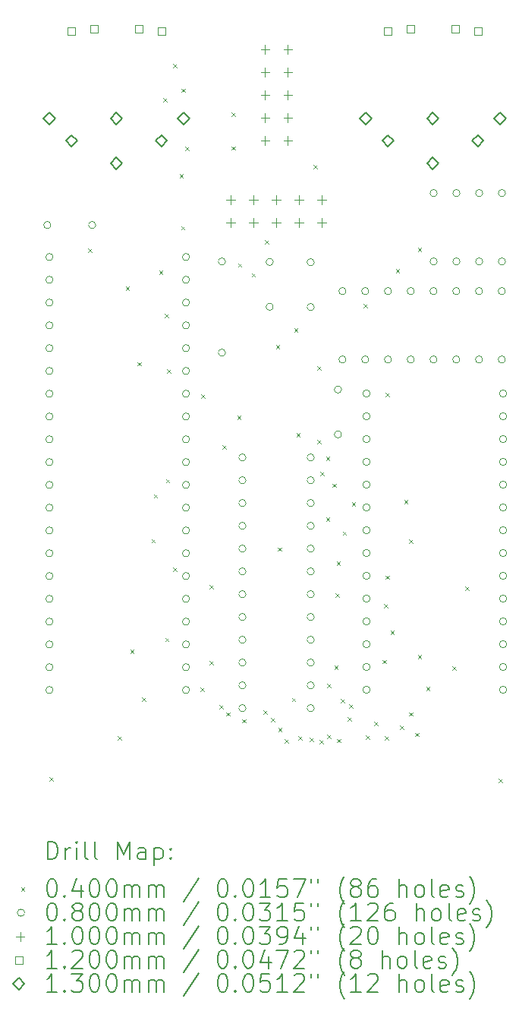
<source format=gbr>
%TF.GenerationSoftware,KiCad,Pcbnew,(6.0.11)*%
%TF.CreationDate,2025-04-20T17:45:10+02:00*%
%TF.ProjectId,burstcart,62757273-7463-4617-9274-2e6b69636164,1.0*%
%TF.SameCoordinates,Original*%
%TF.FileFunction,Drillmap*%
%TF.FilePolarity,Positive*%
%FSLAX45Y45*%
G04 Gerber Fmt 4.5, Leading zero omitted, Abs format (unit mm)*
G04 Created by KiCad (PCBNEW (6.0.11)) date 2025-04-20 17:45:10*
%MOMM*%
%LPD*%
G01*
G04 APERTURE LIST*
%ADD10C,0.200000*%
%ADD11C,0.040000*%
%ADD12C,0.080000*%
%ADD13C,0.100000*%
%ADD14C,0.120000*%
%ADD15C,0.130000*%
G04 APERTURE END LIST*
D10*
D11*
X12297260Y-13671200D02*
X12337260Y-13711200D01*
X12337260Y-13671200D02*
X12297260Y-13711200D01*
X12729840Y-7779380D02*
X12769840Y-7819380D01*
X12769840Y-7779380D02*
X12729840Y-7819380D01*
X13062150Y-13212220D02*
X13102150Y-13252220D01*
X13102150Y-13212220D02*
X13062150Y-13252220D01*
X13150140Y-8202740D02*
X13190140Y-8242740D01*
X13190140Y-8202740D02*
X13150140Y-8242740D01*
X13201510Y-12248900D02*
X13241510Y-12288900D01*
X13241510Y-12248900D02*
X13201510Y-12288900D01*
X13284140Y-9045630D02*
X13324140Y-9085630D01*
X13324140Y-9045630D02*
X13284140Y-9085630D01*
X13331440Y-12786420D02*
X13371440Y-12826420D01*
X13371440Y-12786420D02*
X13331440Y-12826420D01*
X13437720Y-11019270D02*
X13477720Y-11059270D01*
X13477720Y-11019270D02*
X13437720Y-11059270D01*
X13465000Y-10519340D02*
X13505000Y-10559340D01*
X13505000Y-10519340D02*
X13465000Y-10559340D01*
X13523420Y-8026840D02*
X13563420Y-8066840D01*
X13563420Y-8026840D02*
X13523420Y-8066840D01*
X13569000Y-6101400D02*
X13609000Y-6141400D01*
X13609000Y-6101400D02*
X13569000Y-6141400D01*
X13588180Y-8507520D02*
X13628180Y-8547520D01*
X13628180Y-8507520D02*
X13588180Y-8547520D01*
X13590640Y-12119620D02*
X13630640Y-12159620D01*
X13630640Y-12119620D02*
X13590640Y-12159620D01*
X13599650Y-10349370D02*
X13639650Y-10389370D01*
X13639650Y-10349370D02*
X13599650Y-10389370D01*
X13609130Y-9123800D02*
X13649130Y-9163800D01*
X13649130Y-9123800D02*
X13609130Y-9163800D01*
X13678120Y-11336900D02*
X13718120Y-11376900D01*
X13718120Y-11336900D02*
X13678120Y-11376900D01*
X13681320Y-5723900D02*
X13721320Y-5763900D01*
X13721320Y-5723900D02*
X13681320Y-5763900D01*
X13752590Y-6950180D02*
X13792590Y-6990180D01*
X13792590Y-6950180D02*
X13752590Y-6990180D01*
X13769130Y-7530240D02*
X13809130Y-7570240D01*
X13809130Y-7530240D02*
X13769130Y-7570240D01*
X13772601Y-5996271D02*
X13812601Y-6036271D01*
X13812601Y-5996271D02*
X13772601Y-6036271D01*
X13813850Y-6646600D02*
X13853850Y-6686600D01*
X13853850Y-6646600D02*
X13813850Y-6686600D01*
X13983230Y-12673660D02*
X14023230Y-12713660D01*
X14023230Y-12673660D02*
X13983230Y-12713660D01*
X13994050Y-9405880D02*
X14034050Y-9445880D01*
X14034050Y-9405880D02*
X13994050Y-9445880D01*
X14084550Y-11527630D02*
X14124550Y-11567630D01*
X14124550Y-11527630D02*
X14084550Y-11567630D01*
X14084550Y-12376180D02*
X14124550Y-12416180D01*
X14124550Y-12376180D02*
X14084550Y-12416180D01*
X14199000Y-12865160D02*
X14239000Y-12905160D01*
X14239000Y-12865160D02*
X14199000Y-12905160D01*
X14230450Y-9973160D02*
X14270450Y-10013160D01*
X14270450Y-9973160D02*
X14230450Y-10013160D01*
X14274730Y-12947380D02*
X14314730Y-12987380D01*
X14314730Y-12947380D02*
X14274730Y-12987380D01*
X14330650Y-6265500D02*
X14370650Y-6305500D01*
X14370650Y-6265500D02*
X14330650Y-6305500D01*
X14330650Y-6641490D02*
X14370650Y-6681490D01*
X14370650Y-6641490D02*
X14330650Y-6681490D01*
X14395600Y-9640700D02*
X14435600Y-9680700D01*
X14435600Y-9640700D02*
X14395600Y-9680700D01*
X14402770Y-7944070D02*
X14442770Y-7984070D01*
X14442770Y-7944070D02*
X14402770Y-7984070D01*
X14451030Y-13025010D02*
X14491030Y-13065010D01*
X14491030Y-13025010D02*
X14451030Y-13065010D01*
X14557170Y-8055240D02*
X14597170Y-8095240D01*
X14597170Y-8055240D02*
X14557170Y-8095240D01*
X14689130Y-12929930D02*
X14729130Y-12969930D01*
X14729130Y-12929930D02*
X14689130Y-12969930D01*
X14703070Y-7688870D02*
X14743070Y-7728870D01*
X14743070Y-7688870D02*
X14703070Y-7728870D01*
X14775050Y-13015100D02*
X14815050Y-13055100D01*
X14815050Y-13015100D02*
X14775050Y-13055100D01*
X14827450Y-8854610D02*
X14867450Y-8894610D01*
X14867450Y-8854610D02*
X14827450Y-8894610D01*
X14845200Y-11111260D02*
X14885200Y-11151260D01*
X14885200Y-11111260D02*
X14845200Y-11151260D01*
X14852020Y-13122300D02*
X14892020Y-13162300D01*
X14892020Y-13122300D02*
X14852020Y-13162300D01*
X14925330Y-13249780D02*
X14965330Y-13289780D01*
X14965330Y-13249780D02*
X14925330Y-13289780D01*
X15005310Y-12788710D02*
X15045310Y-12828710D01*
X15045310Y-12788710D02*
X15005310Y-12828710D01*
X15029190Y-8665950D02*
X15069190Y-8705950D01*
X15069190Y-8665950D02*
X15029190Y-8705950D01*
X15056180Y-9837440D02*
X15096180Y-9877440D01*
X15096180Y-9837440D02*
X15056180Y-9877440D01*
X15079890Y-13214770D02*
X15119890Y-13254770D01*
X15119890Y-13214770D02*
X15079890Y-13254770D01*
X15205310Y-13231350D02*
X15245310Y-13271350D01*
X15245310Y-13231350D02*
X15205310Y-13271350D01*
X15247860Y-6847590D02*
X15287860Y-6887590D01*
X15287860Y-6847590D02*
X15247860Y-6887590D01*
X15287220Y-9913270D02*
X15327220Y-9953270D01*
X15327220Y-9913270D02*
X15287220Y-9953270D01*
X15289740Y-9094090D02*
X15329740Y-9134090D01*
X15329740Y-9094090D02*
X15289740Y-9134090D01*
X15314500Y-13256880D02*
X15354500Y-13296880D01*
X15354500Y-13256880D02*
X15314500Y-13296880D01*
X15321600Y-10267710D02*
X15361600Y-10307710D01*
X15361600Y-10267710D02*
X15321600Y-10307710D01*
X15385050Y-10776840D02*
X15425050Y-10816840D01*
X15425050Y-10776840D02*
X15385050Y-10816840D01*
X15385140Y-10097050D02*
X15425140Y-10137050D01*
X15425140Y-10097050D02*
X15385140Y-10137050D01*
X15395540Y-12629200D02*
X15435540Y-12669200D01*
X15435540Y-12629200D02*
X15395540Y-12669200D01*
X15401020Y-13196340D02*
X15441020Y-13236340D01*
X15441020Y-13196340D02*
X15401020Y-13236340D01*
X15458930Y-10398940D02*
X15498930Y-10438940D01*
X15498930Y-10398940D02*
X15458930Y-10438940D01*
X15477990Y-12425030D02*
X15517990Y-12465030D01*
X15517990Y-12425030D02*
X15477990Y-12465030D01*
X15489790Y-11625580D02*
X15529790Y-11665580D01*
X15529790Y-11625580D02*
X15489790Y-11665580D01*
X15505400Y-11265880D02*
X15545400Y-11305880D01*
X15545400Y-11265880D02*
X15505400Y-11305880D01*
X15505770Y-13244700D02*
X15545770Y-13284700D01*
X15545770Y-13244700D02*
X15505770Y-13284700D01*
X15550690Y-12797770D02*
X15590690Y-12837770D01*
X15590690Y-12797770D02*
X15550690Y-12837770D01*
X15571960Y-10933560D02*
X15611960Y-10973560D01*
X15611960Y-10933560D02*
X15571960Y-10973560D01*
X15627500Y-13005180D02*
X15667500Y-13045180D01*
X15667500Y-13005180D02*
X15627500Y-13045180D01*
X15642520Y-12859900D02*
X15682520Y-12899900D01*
X15682520Y-12859900D02*
X15642520Y-12899900D01*
X15674800Y-10609670D02*
X15714800Y-10649670D01*
X15714800Y-10609670D02*
X15674800Y-10649670D01*
X15803200Y-8398820D02*
X15843200Y-8438820D01*
X15843200Y-8398820D02*
X15803200Y-8438820D01*
X15831880Y-13207950D02*
X15871880Y-13247950D01*
X15871880Y-13207950D02*
X15831880Y-13247950D01*
X15920870Y-13051760D02*
X15960870Y-13091760D01*
X15960870Y-13051760D02*
X15920870Y-13091760D01*
X16017640Y-12364900D02*
X16057640Y-12404900D01*
X16057640Y-12364900D02*
X16017640Y-12404900D01*
X16032700Y-11740270D02*
X16072700Y-11780270D01*
X16072700Y-11740270D02*
X16032700Y-11780270D01*
X16039190Y-13216940D02*
X16079190Y-13256940D01*
X16079190Y-13216940D02*
X16039190Y-13256940D01*
X16052480Y-9388930D02*
X16092480Y-9428930D01*
X16092480Y-9388930D02*
X16052480Y-9428930D01*
X16052480Y-11424470D02*
X16092480Y-11464470D01*
X16092480Y-11424470D02*
X16052480Y-11464470D01*
X16105390Y-12037060D02*
X16145390Y-12077060D01*
X16145390Y-12037060D02*
X16105390Y-12077060D01*
X16165610Y-8009430D02*
X16205610Y-8049430D01*
X16205610Y-8009430D02*
X16165610Y-8049430D01*
X16209980Y-13097660D02*
X16249980Y-13137660D01*
X16249980Y-13097660D02*
X16209980Y-13137660D01*
X16257490Y-10584810D02*
X16297490Y-10624810D01*
X16297490Y-10584810D02*
X16257490Y-10624810D01*
X16313430Y-12948020D02*
X16353430Y-12988020D01*
X16353430Y-12948020D02*
X16313430Y-12988020D01*
X16313470Y-11020870D02*
X16353470Y-11060870D01*
X16353470Y-11020870D02*
X16313470Y-11060870D01*
X16379300Y-13176280D02*
X16419300Y-13216280D01*
X16419300Y-13176280D02*
X16379300Y-13216280D01*
X16409350Y-7770430D02*
X16449350Y-7810430D01*
X16449350Y-7770430D02*
X16409350Y-7810430D01*
X16410800Y-12312290D02*
X16450800Y-12352290D01*
X16450800Y-12312290D02*
X16410800Y-12352290D01*
X16502930Y-12666190D02*
X16542930Y-12706190D01*
X16542930Y-12666190D02*
X16502930Y-12706190D01*
X16795160Y-12434980D02*
X16835160Y-12474980D01*
X16835160Y-12434980D02*
X16795160Y-12474980D01*
X16940590Y-11544970D02*
X16980590Y-11584970D01*
X16980590Y-11544970D02*
X16940590Y-11584970D01*
X17310860Y-13687670D02*
X17350860Y-13727670D01*
X17350860Y-13687670D02*
X17310860Y-13727670D01*
D12*
X12316200Y-7518400D02*
G75*
G03*
X12316200Y-7518400I-40000J0D01*
G01*
X12340000Y-7874000D02*
G75*
G03*
X12340000Y-7874000I-40000J0D01*
G01*
X12340000Y-8128000D02*
G75*
G03*
X12340000Y-8128000I-40000J0D01*
G01*
X12340000Y-8382000D02*
G75*
G03*
X12340000Y-8382000I-40000J0D01*
G01*
X12340000Y-8636000D02*
G75*
G03*
X12340000Y-8636000I-40000J0D01*
G01*
X12340000Y-8890000D02*
G75*
G03*
X12340000Y-8890000I-40000J0D01*
G01*
X12340000Y-9144000D02*
G75*
G03*
X12340000Y-9144000I-40000J0D01*
G01*
X12340000Y-9398000D02*
G75*
G03*
X12340000Y-9398000I-40000J0D01*
G01*
X12340000Y-9652000D02*
G75*
G03*
X12340000Y-9652000I-40000J0D01*
G01*
X12340000Y-9906000D02*
G75*
G03*
X12340000Y-9906000I-40000J0D01*
G01*
X12340000Y-10160000D02*
G75*
G03*
X12340000Y-10160000I-40000J0D01*
G01*
X12340000Y-10414000D02*
G75*
G03*
X12340000Y-10414000I-40000J0D01*
G01*
X12340000Y-10668000D02*
G75*
G03*
X12340000Y-10668000I-40000J0D01*
G01*
X12340000Y-10922000D02*
G75*
G03*
X12340000Y-10922000I-40000J0D01*
G01*
X12340000Y-11176000D02*
G75*
G03*
X12340000Y-11176000I-40000J0D01*
G01*
X12340000Y-11430000D02*
G75*
G03*
X12340000Y-11430000I-40000J0D01*
G01*
X12340000Y-11684000D02*
G75*
G03*
X12340000Y-11684000I-40000J0D01*
G01*
X12340000Y-11938000D02*
G75*
G03*
X12340000Y-11938000I-40000J0D01*
G01*
X12340000Y-12192000D02*
G75*
G03*
X12340000Y-12192000I-40000J0D01*
G01*
X12340000Y-12446000D02*
G75*
G03*
X12340000Y-12446000I-40000J0D01*
G01*
X12340000Y-12700000D02*
G75*
G03*
X12340000Y-12700000I-40000J0D01*
G01*
X12816200Y-7518400D02*
G75*
G03*
X12816200Y-7518400I-40000J0D01*
G01*
X13864000Y-7874000D02*
G75*
G03*
X13864000Y-7874000I-40000J0D01*
G01*
X13864000Y-8128000D02*
G75*
G03*
X13864000Y-8128000I-40000J0D01*
G01*
X13864000Y-8382000D02*
G75*
G03*
X13864000Y-8382000I-40000J0D01*
G01*
X13864000Y-8636000D02*
G75*
G03*
X13864000Y-8636000I-40000J0D01*
G01*
X13864000Y-8890000D02*
G75*
G03*
X13864000Y-8890000I-40000J0D01*
G01*
X13864000Y-9144000D02*
G75*
G03*
X13864000Y-9144000I-40000J0D01*
G01*
X13864000Y-9398000D02*
G75*
G03*
X13864000Y-9398000I-40000J0D01*
G01*
X13864000Y-9652000D02*
G75*
G03*
X13864000Y-9652000I-40000J0D01*
G01*
X13864000Y-9906000D02*
G75*
G03*
X13864000Y-9906000I-40000J0D01*
G01*
X13864000Y-10160000D02*
G75*
G03*
X13864000Y-10160000I-40000J0D01*
G01*
X13864000Y-10414000D02*
G75*
G03*
X13864000Y-10414000I-40000J0D01*
G01*
X13864000Y-10668000D02*
G75*
G03*
X13864000Y-10668000I-40000J0D01*
G01*
X13864000Y-10922000D02*
G75*
G03*
X13864000Y-10922000I-40000J0D01*
G01*
X13864000Y-11176000D02*
G75*
G03*
X13864000Y-11176000I-40000J0D01*
G01*
X13864000Y-11430000D02*
G75*
G03*
X13864000Y-11430000I-40000J0D01*
G01*
X13864000Y-11684000D02*
G75*
G03*
X13864000Y-11684000I-40000J0D01*
G01*
X13864000Y-11938000D02*
G75*
G03*
X13864000Y-11938000I-40000J0D01*
G01*
X13864000Y-12192000D02*
G75*
G03*
X13864000Y-12192000I-40000J0D01*
G01*
X13864000Y-12446000D02*
G75*
G03*
X13864000Y-12446000I-40000J0D01*
G01*
X13864000Y-12700000D02*
G75*
G03*
X13864000Y-12700000I-40000J0D01*
G01*
X14264000Y-7924800D02*
G75*
G03*
X14264000Y-7924800I-40000J0D01*
G01*
X14264000Y-8940800D02*
G75*
G03*
X14264000Y-8940800I-40000J0D01*
G01*
X14492600Y-10109200D02*
G75*
G03*
X14492600Y-10109200I-40000J0D01*
G01*
X14492600Y-10363200D02*
G75*
G03*
X14492600Y-10363200I-40000J0D01*
G01*
X14492600Y-10617200D02*
G75*
G03*
X14492600Y-10617200I-40000J0D01*
G01*
X14492600Y-10871200D02*
G75*
G03*
X14492600Y-10871200I-40000J0D01*
G01*
X14492600Y-11125200D02*
G75*
G03*
X14492600Y-11125200I-40000J0D01*
G01*
X14492600Y-11379200D02*
G75*
G03*
X14492600Y-11379200I-40000J0D01*
G01*
X14492600Y-11633200D02*
G75*
G03*
X14492600Y-11633200I-40000J0D01*
G01*
X14492600Y-11887200D02*
G75*
G03*
X14492600Y-11887200I-40000J0D01*
G01*
X14492600Y-12141200D02*
G75*
G03*
X14492600Y-12141200I-40000J0D01*
G01*
X14492600Y-12395200D02*
G75*
G03*
X14492600Y-12395200I-40000J0D01*
G01*
X14492600Y-12649200D02*
G75*
G03*
X14492600Y-12649200I-40000J0D01*
G01*
X14492600Y-12903200D02*
G75*
G03*
X14492600Y-12903200I-40000J0D01*
G01*
X14797400Y-7928800D02*
G75*
G03*
X14797400Y-7928800I-40000J0D01*
G01*
X14797400Y-8428800D02*
G75*
G03*
X14797400Y-8428800I-40000J0D01*
G01*
X15254600Y-7932800D02*
G75*
G03*
X15254600Y-7932800I-40000J0D01*
G01*
X15254600Y-8432800D02*
G75*
G03*
X15254600Y-8432800I-40000J0D01*
G01*
X15254600Y-10109200D02*
G75*
G03*
X15254600Y-10109200I-40000J0D01*
G01*
X15254600Y-10363200D02*
G75*
G03*
X15254600Y-10363200I-40000J0D01*
G01*
X15254600Y-10617200D02*
G75*
G03*
X15254600Y-10617200I-40000J0D01*
G01*
X15254600Y-10871200D02*
G75*
G03*
X15254600Y-10871200I-40000J0D01*
G01*
X15254600Y-11125200D02*
G75*
G03*
X15254600Y-11125200I-40000J0D01*
G01*
X15254600Y-11379200D02*
G75*
G03*
X15254600Y-11379200I-40000J0D01*
G01*
X15254600Y-11633200D02*
G75*
G03*
X15254600Y-11633200I-40000J0D01*
G01*
X15254600Y-11887200D02*
G75*
G03*
X15254600Y-11887200I-40000J0D01*
G01*
X15254600Y-12141200D02*
G75*
G03*
X15254600Y-12141200I-40000J0D01*
G01*
X15254600Y-12395200D02*
G75*
G03*
X15254600Y-12395200I-40000J0D01*
G01*
X15254600Y-12649200D02*
G75*
G03*
X15254600Y-12649200I-40000J0D01*
G01*
X15254600Y-12903200D02*
G75*
G03*
X15254600Y-12903200I-40000J0D01*
G01*
X15559400Y-9351200D02*
G75*
G03*
X15559400Y-9351200I-40000J0D01*
G01*
X15559400Y-9851200D02*
G75*
G03*
X15559400Y-9851200I-40000J0D01*
G01*
X15609200Y-8254000D02*
G75*
G03*
X15609200Y-8254000I-40000J0D01*
G01*
X15609200Y-9016000D02*
G75*
G03*
X15609200Y-9016000I-40000J0D01*
G01*
X15863200Y-8254000D02*
G75*
G03*
X15863200Y-8254000I-40000J0D01*
G01*
X15863200Y-9016000D02*
G75*
G03*
X15863200Y-9016000I-40000J0D01*
G01*
X15877500Y-9396500D02*
G75*
G03*
X15877500Y-9396500I-40000J0D01*
G01*
X15877500Y-9650500D02*
G75*
G03*
X15877500Y-9650500I-40000J0D01*
G01*
X15877500Y-9904500D02*
G75*
G03*
X15877500Y-9904500I-40000J0D01*
G01*
X15877500Y-10158500D02*
G75*
G03*
X15877500Y-10158500I-40000J0D01*
G01*
X15877500Y-10412500D02*
G75*
G03*
X15877500Y-10412500I-40000J0D01*
G01*
X15877500Y-10666500D02*
G75*
G03*
X15877500Y-10666500I-40000J0D01*
G01*
X15877500Y-10920500D02*
G75*
G03*
X15877500Y-10920500I-40000J0D01*
G01*
X15877500Y-11174500D02*
G75*
G03*
X15877500Y-11174500I-40000J0D01*
G01*
X15877500Y-11428500D02*
G75*
G03*
X15877500Y-11428500I-40000J0D01*
G01*
X15877500Y-11682500D02*
G75*
G03*
X15877500Y-11682500I-40000J0D01*
G01*
X15877500Y-11936500D02*
G75*
G03*
X15877500Y-11936500I-40000J0D01*
G01*
X15877500Y-12190500D02*
G75*
G03*
X15877500Y-12190500I-40000J0D01*
G01*
X15877500Y-12444500D02*
G75*
G03*
X15877500Y-12444500I-40000J0D01*
G01*
X15877500Y-12698500D02*
G75*
G03*
X15877500Y-12698500I-40000J0D01*
G01*
X16117200Y-8254000D02*
G75*
G03*
X16117200Y-8254000I-40000J0D01*
G01*
X16117200Y-9016000D02*
G75*
G03*
X16117200Y-9016000I-40000J0D01*
G01*
X16371200Y-8254000D02*
G75*
G03*
X16371200Y-8254000I-40000J0D01*
G01*
X16371200Y-9016000D02*
G75*
G03*
X16371200Y-9016000I-40000J0D01*
G01*
X16625200Y-8254000D02*
G75*
G03*
X16625200Y-8254000I-40000J0D01*
G01*
X16625200Y-9016000D02*
G75*
G03*
X16625200Y-9016000I-40000J0D01*
G01*
X16627200Y-7161800D02*
G75*
G03*
X16627200Y-7161800I-40000J0D01*
G01*
X16627200Y-7923800D02*
G75*
G03*
X16627200Y-7923800I-40000J0D01*
G01*
X16879200Y-8254000D02*
G75*
G03*
X16879200Y-8254000I-40000J0D01*
G01*
X16879200Y-9016000D02*
G75*
G03*
X16879200Y-9016000I-40000J0D01*
G01*
X16881200Y-7161800D02*
G75*
G03*
X16881200Y-7161800I-40000J0D01*
G01*
X16881200Y-7923800D02*
G75*
G03*
X16881200Y-7923800I-40000J0D01*
G01*
X17133200Y-8254000D02*
G75*
G03*
X17133200Y-8254000I-40000J0D01*
G01*
X17133200Y-9016000D02*
G75*
G03*
X17133200Y-9016000I-40000J0D01*
G01*
X17135200Y-7161800D02*
G75*
G03*
X17135200Y-7161800I-40000J0D01*
G01*
X17135200Y-7923800D02*
G75*
G03*
X17135200Y-7923800I-40000J0D01*
G01*
X17387200Y-8254000D02*
G75*
G03*
X17387200Y-8254000I-40000J0D01*
G01*
X17387200Y-9016000D02*
G75*
G03*
X17387200Y-9016000I-40000J0D01*
G01*
X17389200Y-7161800D02*
G75*
G03*
X17389200Y-7161800I-40000J0D01*
G01*
X17389200Y-7923800D02*
G75*
G03*
X17389200Y-7923800I-40000J0D01*
G01*
X17401500Y-9396500D02*
G75*
G03*
X17401500Y-9396500I-40000J0D01*
G01*
X17401500Y-9650500D02*
G75*
G03*
X17401500Y-9650500I-40000J0D01*
G01*
X17401500Y-9904500D02*
G75*
G03*
X17401500Y-9904500I-40000J0D01*
G01*
X17401500Y-10158500D02*
G75*
G03*
X17401500Y-10158500I-40000J0D01*
G01*
X17401500Y-10412500D02*
G75*
G03*
X17401500Y-10412500I-40000J0D01*
G01*
X17401500Y-10666500D02*
G75*
G03*
X17401500Y-10666500I-40000J0D01*
G01*
X17401500Y-10920500D02*
G75*
G03*
X17401500Y-10920500I-40000J0D01*
G01*
X17401500Y-11174500D02*
G75*
G03*
X17401500Y-11174500I-40000J0D01*
G01*
X17401500Y-11428500D02*
G75*
G03*
X17401500Y-11428500I-40000J0D01*
G01*
X17401500Y-11682500D02*
G75*
G03*
X17401500Y-11682500I-40000J0D01*
G01*
X17401500Y-11936500D02*
G75*
G03*
X17401500Y-11936500I-40000J0D01*
G01*
X17401500Y-12190500D02*
G75*
G03*
X17401500Y-12190500I-40000J0D01*
G01*
X17401500Y-12444500D02*
G75*
G03*
X17401500Y-12444500I-40000J0D01*
G01*
X17401500Y-12698500D02*
G75*
G03*
X17401500Y-12698500I-40000J0D01*
G01*
D13*
X14325100Y-7188500D02*
X14325100Y-7288500D01*
X14275100Y-7238500D02*
X14375100Y-7238500D01*
X14325100Y-7442500D02*
X14325100Y-7542500D01*
X14275100Y-7492500D02*
X14375100Y-7492500D01*
X14579100Y-7188500D02*
X14579100Y-7288500D01*
X14529100Y-7238500D02*
X14629100Y-7238500D01*
X14579100Y-7442500D02*
X14579100Y-7542500D01*
X14529100Y-7492500D02*
X14629100Y-7492500D01*
X14706600Y-5512600D02*
X14706600Y-5612600D01*
X14656600Y-5562600D02*
X14756600Y-5562600D01*
X14706600Y-5766600D02*
X14706600Y-5866600D01*
X14656600Y-5816600D02*
X14756600Y-5816600D01*
X14706600Y-6020600D02*
X14706600Y-6120600D01*
X14656600Y-6070600D02*
X14756600Y-6070600D01*
X14706600Y-6274600D02*
X14706600Y-6374600D01*
X14656600Y-6324600D02*
X14756600Y-6324600D01*
X14706600Y-6528600D02*
X14706600Y-6628600D01*
X14656600Y-6578600D02*
X14756600Y-6578600D01*
X14833100Y-7188500D02*
X14833100Y-7288500D01*
X14783100Y-7238500D02*
X14883100Y-7238500D01*
X14833100Y-7442500D02*
X14833100Y-7542500D01*
X14783100Y-7492500D02*
X14883100Y-7492500D01*
X14960600Y-5512600D02*
X14960600Y-5612600D01*
X14910600Y-5562600D02*
X15010600Y-5562600D01*
X14960600Y-5766600D02*
X14960600Y-5866600D01*
X14910600Y-5816600D02*
X15010600Y-5816600D01*
X14960600Y-6020600D02*
X14960600Y-6120600D01*
X14910600Y-6070600D02*
X15010600Y-6070600D01*
X14960600Y-6274600D02*
X14960600Y-6374600D01*
X14910600Y-6324600D02*
X15010600Y-6324600D01*
X14960600Y-6528600D02*
X14960600Y-6628600D01*
X14910600Y-6578600D02*
X15010600Y-6578600D01*
X15087100Y-7188500D02*
X15087100Y-7288500D01*
X15037100Y-7238500D02*
X15137100Y-7238500D01*
X15087100Y-7442500D02*
X15087100Y-7542500D01*
X15037100Y-7492500D02*
X15137100Y-7492500D01*
X15341100Y-7188500D02*
X15341100Y-7288500D01*
X15291100Y-7238500D02*
X15391100Y-7238500D01*
X15341100Y-7442500D02*
X15341100Y-7542500D01*
X15291100Y-7492500D02*
X15391100Y-7492500D01*
D14*
X12590027Y-5401827D02*
X12590027Y-5316973D01*
X12505173Y-5316973D01*
X12505173Y-5401827D01*
X12590027Y-5401827D01*
X12840027Y-5371827D02*
X12840027Y-5286973D01*
X12755173Y-5286973D01*
X12755173Y-5371827D01*
X12840027Y-5371827D01*
X13340027Y-5371827D02*
X13340027Y-5286973D01*
X13255173Y-5286973D01*
X13255173Y-5371827D01*
X13340027Y-5371827D01*
X13590027Y-5401827D02*
X13590027Y-5316973D01*
X13505173Y-5316973D01*
X13505173Y-5401827D01*
X13590027Y-5401827D01*
X16120627Y-5401827D02*
X16120627Y-5316973D01*
X16035773Y-5316973D01*
X16035773Y-5401827D01*
X16120627Y-5401827D01*
X16370627Y-5371827D02*
X16370627Y-5286973D01*
X16285773Y-5286973D01*
X16285773Y-5371827D01*
X16370627Y-5371827D01*
X16870627Y-5371827D02*
X16870627Y-5286973D01*
X16785773Y-5286973D01*
X16785773Y-5371827D01*
X16870627Y-5371827D01*
X17120627Y-5401827D02*
X17120627Y-5316973D01*
X17035773Y-5316973D01*
X17035773Y-5401827D01*
X17120627Y-5401827D01*
D15*
X12297600Y-6394400D02*
X12362600Y-6329400D01*
X12297600Y-6264400D01*
X12232600Y-6329400D01*
X12297600Y-6394400D01*
X12547600Y-6644400D02*
X12612600Y-6579400D01*
X12547600Y-6514400D01*
X12482600Y-6579400D01*
X12547600Y-6644400D01*
X13047600Y-6394400D02*
X13112600Y-6329400D01*
X13047600Y-6264400D01*
X12982600Y-6329400D01*
X13047600Y-6394400D01*
X13047600Y-6894400D02*
X13112600Y-6829400D01*
X13047600Y-6764400D01*
X12982600Y-6829400D01*
X13047600Y-6894400D01*
X13547600Y-6644400D02*
X13612600Y-6579400D01*
X13547600Y-6514400D01*
X13482600Y-6579400D01*
X13547600Y-6644400D01*
X13797600Y-6394400D02*
X13862600Y-6329400D01*
X13797600Y-6264400D01*
X13732600Y-6329400D01*
X13797600Y-6394400D01*
X15828200Y-6394400D02*
X15893200Y-6329400D01*
X15828200Y-6264400D01*
X15763200Y-6329400D01*
X15828200Y-6394400D01*
X16078200Y-6644400D02*
X16143200Y-6579400D01*
X16078200Y-6514400D01*
X16013200Y-6579400D01*
X16078200Y-6644400D01*
X16578200Y-6394400D02*
X16643200Y-6329400D01*
X16578200Y-6264400D01*
X16513200Y-6329400D01*
X16578200Y-6394400D01*
X16578200Y-6894400D02*
X16643200Y-6829400D01*
X16578200Y-6764400D01*
X16513200Y-6829400D01*
X16578200Y-6894400D01*
X17078200Y-6644400D02*
X17143200Y-6579400D01*
X17078200Y-6514400D01*
X17013200Y-6579400D01*
X17078200Y-6644400D01*
X17328200Y-6394400D02*
X17393200Y-6329400D01*
X17328200Y-6264400D01*
X17263200Y-6329400D01*
X17328200Y-6394400D01*
D10*
X12280429Y-14588936D02*
X12280429Y-14388936D01*
X12328048Y-14388936D01*
X12356619Y-14398460D01*
X12375667Y-14417508D01*
X12385191Y-14436555D01*
X12394715Y-14474650D01*
X12394715Y-14503222D01*
X12385191Y-14541317D01*
X12375667Y-14560365D01*
X12356619Y-14579412D01*
X12328048Y-14588936D01*
X12280429Y-14588936D01*
X12480429Y-14588936D02*
X12480429Y-14455603D01*
X12480429Y-14493698D02*
X12489953Y-14474650D01*
X12499477Y-14465127D01*
X12518524Y-14455603D01*
X12537572Y-14455603D01*
X12604238Y-14588936D02*
X12604238Y-14455603D01*
X12604238Y-14388936D02*
X12594715Y-14398460D01*
X12604238Y-14407984D01*
X12613762Y-14398460D01*
X12604238Y-14388936D01*
X12604238Y-14407984D01*
X12728048Y-14588936D02*
X12709000Y-14579412D01*
X12699477Y-14560365D01*
X12699477Y-14388936D01*
X12832810Y-14588936D02*
X12813762Y-14579412D01*
X12804238Y-14560365D01*
X12804238Y-14388936D01*
X13061381Y-14588936D02*
X13061381Y-14388936D01*
X13128048Y-14531793D01*
X13194715Y-14388936D01*
X13194715Y-14588936D01*
X13375667Y-14588936D02*
X13375667Y-14484174D01*
X13366143Y-14465127D01*
X13347096Y-14455603D01*
X13309000Y-14455603D01*
X13289953Y-14465127D01*
X13375667Y-14579412D02*
X13356619Y-14588936D01*
X13309000Y-14588936D01*
X13289953Y-14579412D01*
X13280429Y-14560365D01*
X13280429Y-14541317D01*
X13289953Y-14522269D01*
X13309000Y-14512746D01*
X13356619Y-14512746D01*
X13375667Y-14503222D01*
X13470905Y-14455603D02*
X13470905Y-14655603D01*
X13470905Y-14465127D02*
X13489953Y-14455603D01*
X13528048Y-14455603D01*
X13547096Y-14465127D01*
X13556619Y-14474650D01*
X13566143Y-14493698D01*
X13566143Y-14550841D01*
X13556619Y-14569888D01*
X13547096Y-14579412D01*
X13528048Y-14588936D01*
X13489953Y-14588936D01*
X13470905Y-14579412D01*
X13651858Y-14569888D02*
X13661381Y-14579412D01*
X13651858Y-14588936D01*
X13642334Y-14579412D01*
X13651858Y-14569888D01*
X13651858Y-14588936D01*
X13651858Y-14465127D02*
X13661381Y-14474650D01*
X13651858Y-14484174D01*
X13642334Y-14474650D01*
X13651858Y-14465127D01*
X13651858Y-14484174D01*
D11*
X11982810Y-14898460D02*
X12022810Y-14938460D01*
X12022810Y-14898460D02*
X11982810Y-14938460D01*
D10*
X12318524Y-14808936D02*
X12337572Y-14808936D01*
X12356619Y-14818460D01*
X12366143Y-14827984D01*
X12375667Y-14847031D01*
X12385191Y-14885127D01*
X12385191Y-14932746D01*
X12375667Y-14970841D01*
X12366143Y-14989888D01*
X12356619Y-14999412D01*
X12337572Y-15008936D01*
X12318524Y-15008936D01*
X12299477Y-14999412D01*
X12289953Y-14989888D01*
X12280429Y-14970841D01*
X12270905Y-14932746D01*
X12270905Y-14885127D01*
X12280429Y-14847031D01*
X12289953Y-14827984D01*
X12299477Y-14818460D01*
X12318524Y-14808936D01*
X12470905Y-14989888D02*
X12480429Y-14999412D01*
X12470905Y-15008936D01*
X12461381Y-14999412D01*
X12470905Y-14989888D01*
X12470905Y-15008936D01*
X12651858Y-14875603D02*
X12651858Y-15008936D01*
X12604238Y-14799412D02*
X12556619Y-14942269D01*
X12680429Y-14942269D01*
X12794715Y-14808936D02*
X12813762Y-14808936D01*
X12832810Y-14818460D01*
X12842334Y-14827984D01*
X12851858Y-14847031D01*
X12861381Y-14885127D01*
X12861381Y-14932746D01*
X12851858Y-14970841D01*
X12842334Y-14989888D01*
X12832810Y-14999412D01*
X12813762Y-15008936D01*
X12794715Y-15008936D01*
X12775667Y-14999412D01*
X12766143Y-14989888D01*
X12756619Y-14970841D01*
X12747096Y-14932746D01*
X12747096Y-14885127D01*
X12756619Y-14847031D01*
X12766143Y-14827984D01*
X12775667Y-14818460D01*
X12794715Y-14808936D01*
X12985191Y-14808936D02*
X13004238Y-14808936D01*
X13023286Y-14818460D01*
X13032810Y-14827984D01*
X13042334Y-14847031D01*
X13051858Y-14885127D01*
X13051858Y-14932746D01*
X13042334Y-14970841D01*
X13032810Y-14989888D01*
X13023286Y-14999412D01*
X13004238Y-15008936D01*
X12985191Y-15008936D01*
X12966143Y-14999412D01*
X12956619Y-14989888D01*
X12947096Y-14970841D01*
X12937572Y-14932746D01*
X12937572Y-14885127D01*
X12947096Y-14847031D01*
X12956619Y-14827984D01*
X12966143Y-14818460D01*
X12985191Y-14808936D01*
X13137572Y-15008936D02*
X13137572Y-14875603D01*
X13137572Y-14894650D02*
X13147096Y-14885127D01*
X13166143Y-14875603D01*
X13194715Y-14875603D01*
X13213762Y-14885127D01*
X13223286Y-14904174D01*
X13223286Y-15008936D01*
X13223286Y-14904174D02*
X13232810Y-14885127D01*
X13251858Y-14875603D01*
X13280429Y-14875603D01*
X13299477Y-14885127D01*
X13309000Y-14904174D01*
X13309000Y-15008936D01*
X13404238Y-15008936D02*
X13404238Y-14875603D01*
X13404238Y-14894650D02*
X13413762Y-14885127D01*
X13432810Y-14875603D01*
X13461381Y-14875603D01*
X13480429Y-14885127D01*
X13489953Y-14904174D01*
X13489953Y-15008936D01*
X13489953Y-14904174D02*
X13499477Y-14885127D01*
X13518524Y-14875603D01*
X13547096Y-14875603D01*
X13566143Y-14885127D01*
X13575667Y-14904174D01*
X13575667Y-15008936D01*
X13966143Y-14799412D02*
X13794715Y-15056555D01*
X14223286Y-14808936D02*
X14242334Y-14808936D01*
X14261381Y-14818460D01*
X14270905Y-14827984D01*
X14280429Y-14847031D01*
X14289953Y-14885127D01*
X14289953Y-14932746D01*
X14280429Y-14970841D01*
X14270905Y-14989888D01*
X14261381Y-14999412D01*
X14242334Y-15008936D01*
X14223286Y-15008936D01*
X14204238Y-14999412D01*
X14194715Y-14989888D01*
X14185191Y-14970841D01*
X14175667Y-14932746D01*
X14175667Y-14885127D01*
X14185191Y-14847031D01*
X14194715Y-14827984D01*
X14204238Y-14818460D01*
X14223286Y-14808936D01*
X14375667Y-14989888D02*
X14385191Y-14999412D01*
X14375667Y-15008936D01*
X14366143Y-14999412D01*
X14375667Y-14989888D01*
X14375667Y-15008936D01*
X14509000Y-14808936D02*
X14528048Y-14808936D01*
X14547096Y-14818460D01*
X14556619Y-14827984D01*
X14566143Y-14847031D01*
X14575667Y-14885127D01*
X14575667Y-14932746D01*
X14566143Y-14970841D01*
X14556619Y-14989888D01*
X14547096Y-14999412D01*
X14528048Y-15008936D01*
X14509000Y-15008936D01*
X14489953Y-14999412D01*
X14480429Y-14989888D01*
X14470905Y-14970841D01*
X14461381Y-14932746D01*
X14461381Y-14885127D01*
X14470905Y-14847031D01*
X14480429Y-14827984D01*
X14489953Y-14818460D01*
X14509000Y-14808936D01*
X14766143Y-15008936D02*
X14651858Y-15008936D01*
X14709000Y-15008936D02*
X14709000Y-14808936D01*
X14689953Y-14837508D01*
X14670905Y-14856555D01*
X14651858Y-14866079D01*
X14947096Y-14808936D02*
X14851858Y-14808936D01*
X14842334Y-14904174D01*
X14851858Y-14894650D01*
X14870905Y-14885127D01*
X14918524Y-14885127D01*
X14937572Y-14894650D01*
X14947096Y-14904174D01*
X14956619Y-14923222D01*
X14956619Y-14970841D01*
X14947096Y-14989888D01*
X14937572Y-14999412D01*
X14918524Y-15008936D01*
X14870905Y-15008936D01*
X14851858Y-14999412D01*
X14842334Y-14989888D01*
X15023286Y-14808936D02*
X15156619Y-14808936D01*
X15070905Y-15008936D01*
X15223286Y-14808936D02*
X15223286Y-14847031D01*
X15299477Y-14808936D02*
X15299477Y-14847031D01*
X15594715Y-15085127D02*
X15585191Y-15075603D01*
X15566143Y-15047031D01*
X15556619Y-15027984D01*
X15547096Y-14999412D01*
X15537572Y-14951793D01*
X15537572Y-14913698D01*
X15547096Y-14866079D01*
X15556619Y-14837508D01*
X15566143Y-14818460D01*
X15585191Y-14789888D01*
X15594715Y-14780365D01*
X15699477Y-14894650D02*
X15680429Y-14885127D01*
X15670905Y-14875603D01*
X15661381Y-14856555D01*
X15661381Y-14847031D01*
X15670905Y-14827984D01*
X15680429Y-14818460D01*
X15699477Y-14808936D01*
X15737572Y-14808936D01*
X15756619Y-14818460D01*
X15766143Y-14827984D01*
X15775667Y-14847031D01*
X15775667Y-14856555D01*
X15766143Y-14875603D01*
X15756619Y-14885127D01*
X15737572Y-14894650D01*
X15699477Y-14894650D01*
X15680429Y-14904174D01*
X15670905Y-14913698D01*
X15661381Y-14932746D01*
X15661381Y-14970841D01*
X15670905Y-14989888D01*
X15680429Y-14999412D01*
X15699477Y-15008936D01*
X15737572Y-15008936D01*
X15756619Y-14999412D01*
X15766143Y-14989888D01*
X15775667Y-14970841D01*
X15775667Y-14932746D01*
X15766143Y-14913698D01*
X15756619Y-14904174D01*
X15737572Y-14894650D01*
X15947096Y-14808936D02*
X15909000Y-14808936D01*
X15889953Y-14818460D01*
X15880429Y-14827984D01*
X15861381Y-14856555D01*
X15851858Y-14894650D01*
X15851858Y-14970841D01*
X15861381Y-14989888D01*
X15870905Y-14999412D01*
X15889953Y-15008936D01*
X15928048Y-15008936D01*
X15947096Y-14999412D01*
X15956619Y-14989888D01*
X15966143Y-14970841D01*
X15966143Y-14923222D01*
X15956619Y-14904174D01*
X15947096Y-14894650D01*
X15928048Y-14885127D01*
X15889953Y-14885127D01*
X15870905Y-14894650D01*
X15861381Y-14904174D01*
X15851858Y-14923222D01*
X16204238Y-15008936D02*
X16204238Y-14808936D01*
X16289953Y-15008936D02*
X16289953Y-14904174D01*
X16280429Y-14885127D01*
X16261381Y-14875603D01*
X16232810Y-14875603D01*
X16213762Y-14885127D01*
X16204238Y-14894650D01*
X16413762Y-15008936D02*
X16394715Y-14999412D01*
X16385191Y-14989888D01*
X16375667Y-14970841D01*
X16375667Y-14913698D01*
X16385191Y-14894650D01*
X16394715Y-14885127D01*
X16413762Y-14875603D01*
X16442334Y-14875603D01*
X16461381Y-14885127D01*
X16470905Y-14894650D01*
X16480429Y-14913698D01*
X16480429Y-14970841D01*
X16470905Y-14989888D01*
X16461381Y-14999412D01*
X16442334Y-15008936D01*
X16413762Y-15008936D01*
X16594715Y-15008936D02*
X16575667Y-14999412D01*
X16566143Y-14980365D01*
X16566143Y-14808936D01*
X16747096Y-14999412D02*
X16728048Y-15008936D01*
X16689953Y-15008936D01*
X16670905Y-14999412D01*
X16661381Y-14980365D01*
X16661381Y-14904174D01*
X16670905Y-14885127D01*
X16689953Y-14875603D01*
X16728048Y-14875603D01*
X16747096Y-14885127D01*
X16756619Y-14904174D01*
X16756619Y-14923222D01*
X16661381Y-14942269D01*
X16832810Y-14999412D02*
X16851858Y-15008936D01*
X16889953Y-15008936D01*
X16909000Y-14999412D01*
X16918524Y-14980365D01*
X16918524Y-14970841D01*
X16909000Y-14951793D01*
X16889953Y-14942269D01*
X16861381Y-14942269D01*
X16842334Y-14932746D01*
X16832810Y-14913698D01*
X16832810Y-14904174D01*
X16842334Y-14885127D01*
X16861381Y-14875603D01*
X16889953Y-14875603D01*
X16909000Y-14885127D01*
X16985191Y-15085127D02*
X16994715Y-15075603D01*
X17013762Y-15047031D01*
X17023286Y-15027984D01*
X17032810Y-14999412D01*
X17042334Y-14951793D01*
X17042334Y-14913698D01*
X17032810Y-14866079D01*
X17023286Y-14837508D01*
X17013762Y-14818460D01*
X16994715Y-14789888D01*
X16985191Y-14780365D01*
D12*
X12022810Y-15182460D02*
G75*
G03*
X12022810Y-15182460I-40000J0D01*
G01*
D10*
X12318524Y-15072936D02*
X12337572Y-15072936D01*
X12356619Y-15082460D01*
X12366143Y-15091984D01*
X12375667Y-15111031D01*
X12385191Y-15149127D01*
X12385191Y-15196746D01*
X12375667Y-15234841D01*
X12366143Y-15253888D01*
X12356619Y-15263412D01*
X12337572Y-15272936D01*
X12318524Y-15272936D01*
X12299477Y-15263412D01*
X12289953Y-15253888D01*
X12280429Y-15234841D01*
X12270905Y-15196746D01*
X12270905Y-15149127D01*
X12280429Y-15111031D01*
X12289953Y-15091984D01*
X12299477Y-15082460D01*
X12318524Y-15072936D01*
X12470905Y-15253888D02*
X12480429Y-15263412D01*
X12470905Y-15272936D01*
X12461381Y-15263412D01*
X12470905Y-15253888D01*
X12470905Y-15272936D01*
X12594715Y-15158650D02*
X12575667Y-15149127D01*
X12566143Y-15139603D01*
X12556619Y-15120555D01*
X12556619Y-15111031D01*
X12566143Y-15091984D01*
X12575667Y-15082460D01*
X12594715Y-15072936D01*
X12632810Y-15072936D01*
X12651858Y-15082460D01*
X12661381Y-15091984D01*
X12670905Y-15111031D01*
X12670905Y-15120555D01*
X12661381Y-15139603D01*
X12651858Y-15149127D01*
X12632810Y-15158650D01*
X12594715Y-15158650D01*
X12575667Y-15168174D01*
X12566143Y-15177698D01*
X12556619Y-15196746D01*
X12556619Y-15234841D01*
X12566143Y-15253888D01*
X12575667Y-15263412D01*
X12594715Y-15272936D01*
X12632810Y-15272936D01*
X12651858Y-15263412D01*
X12661381Y-15253888D01*
X12670905Y-15234841D01*
X12670905Y-15196746D01*
X12661381Y-15177698D01*
X12651858Y-15168174D01*
X12632810Y-15158650D01*
X12794715Y-15072936D02*
X12813762Y-15072936D01*
X12832810Y-15082460D01*
X12842334Y-15091984D01*
X12851858Y-15111031D01*
X12861381Y-15149127D01*
X12861381Y-15196746D01*
X12851858Y-15234841D01*
X12842334Y-15253888D01*
X12832810Y-15263412D01*
X12813762Y-15272936D01*
X12794715Y-15272936D01*
X12775667Y-15263412D01*
X12766143Y-15253888D01*
X12756619Y-15234841D01*
X12747096Y-15196746D01*
X12747096Y-15149127D01*
X12756619Y-15111031D01*
X12766143Y-15091984D01*
X12775667Y-15082460D01*
X12794715Y-15072936D01*
X12985191Y-15072936D02*
X13004238Y-15072936D01*
X13023286Y-15082460D01*
X13032810Y-15091984D01*
X13042334Y-15111031D01*
X13051858Y-15149127D01*
X13051858Y-15196746D01*
X13042334Y-15234841D01*
X13032810Y-15253888D01*
X13023286Y-15263412D01*
X13004238Y-15272936D01*
X12985191Y-15272936D01*
X12966143Y-15263412D01*
X12956619Y-15253888D01*
X12947096Y-15234841D01*
X12937572Y-15196746D01*
X12937572Y-15149127D01*
X12947096Y-15111031D01*
X12956619Y-15091984D01*
X12966143Y-15082460D01*
X12985191Y-15072936D01*
X13137572Y-15272936D02*
X13137572Y-15139603D01*
X13137572Y-15158650D02*
X13147096Y-15149127D01*
X13166143Y-15139603D01*
X13194715Y-15139603D01*
X13213762Y-15149127D01*
X13223286Y-15168174D01*
X13223286Y-15272936D01*
X13223286Y-15168174D02*
X13232810Y-15149127D01*
X13251858Y-15139603D01*
X13280429Y-15139603D01*
X13299477Y-15149127D01*
X13309000Y-15168174D01*
X13309000Y-15272936D01*
X13404238Y-15272936D02*
X13404238Y-15139603D01*
X13404238Y-15158650D02*
X13413762Y-15149127D01*
X13432810Y-15139603D01*
X13461381Y-15139603D01*
X13480429Y-15149127D01*
X13489953Y-15168174D01*
X13489953Y-15272936D01*
X13489953Y-15168174D02*
X13499477Y-15149127D01*
X13518524Y-15139603D01*
X13547096Y-15139603D01*
X13566143Y-15149127D01*
X13575667Y-15168174D01*
X13575667Y-15272936D01*
X13966143Y-15063412D02*
X13794715Y-15320555D01*
X14223286Y-15072936D02*
X14242334Y-15072936D01*
X14261381Y-15082460D01*
X14270905Y-15091984D01*
X14280429Y-15111031D01*
X14289953Y-15149127D01*
X14289953Y-15196746D01*
X14280429Y-15234841D01*
X14270905Y-15253888D01*
X14261381Y-15263412D01*
X14242334Y-15272936D01*
X14223286Y-15272936D01*
X14204238Y-15263412D01*
X14194715Y-15253888D01*
X14185191Y-15234841D01*
X14175667Y-15196746D01*
X14175667Y-15149127D01*
X14185191Y-15111031D01*
X14194715Y-15091984D01*
X14204238Y-15082460D01*
X14223286Y-15072936D01*
X14375667Y-15253888D02*
X14385191Y-15263412D01*
X14375667Y-15272936D01*
X14366143Y-15263412D01*
X14375667Y-15253888D01*
X14375667Y-15272936D01*
X14509000Y-15072936D02*
X14528048Y-15072936D01*
X14547096Y-15082460D01*
X14556619Y-15091984D01*
X14566143Y-15111031D01*
X14575667Y-15149127D01*
X14575667Y-15196746D01*
X14566143Y-15234841D01*
X14556619Y-15253888D01*
X14547096Y-15263412D01*
X14528048Y-15272936D01*
X14509000Y-15272936D01*
X14489953Y-15263412D01*
X14480429Y-15253888D01*
X14470905Y-15234841D01*
X14461381Y-15196746D01*
X14461381Y-15149127D01*
X14470905Y-15111031D01*
X14480429Y-15091984D01*
X14489953Y-15082460D01*
X14509000Y-15072936D01*
X14642334Y-15072936D02*
X14766143Y-15072936D01*
X14699477Y-15149127D01*
X14728048Y-15149127D01*
X14747096Y-15158650D01*
X14756619Y-15168174D01*
X14766143Y-15187222D01*
X14766143Y-15234841D01*
X14756619Y-15253888D01*
X14747096Y-15263412D01*
X14728048Y-15272936D01*
X14670905Y-15272936D01*
X14651858Y-15263412D01*
X14642334Y-15253888D01*
X14956619Y-15272936D02*
X14842334Y-15272936D01*
X14899477Y-15272936D02*
X14899477Y-15072936D01*
X14880429Y-15101508D01*
X14861381Y-15120555D01*
X14842334Y-15130079D01*
X15137572Y-15072936D02*
X15042334Y-15072936D01*
X15032810Y-15168174D01*
X15042334Y-15158650D01*
X15061381Y-15149127D01*
X15109000Y-15149127D01*
X15128048Y-15158650D01*
X15137572Y-15168174D01*
X15147096Y-15187222D01*
X15147096Y-15234841D01*
X15137572Y-15253888D01*
X15128048Y-15263412D01*
X15109000Y-15272936D01*
X15061381Y-15272936D01*
X15042334Y-15263412D01*
X15032810Y-15253888D01*
X15223286Y-15072936D02*
X15223286Y-15111031D01*
X15299477Y-15072936D02*
X15299477Y-15111031D01*
X15594715Y-15349127D02*
X15585191Y-15339603D01*
X15566143Y-15311031D01*
X15556619Y-15291984D01*
X15547096Y-15263412D01*
X15537572Y-15215793D01*
X15537572Y-15177698D01*
X15547096Y-15130079D01*
X15556619Y-15101508D01*
X15566143Y-15082460D01*
X15585191Y-15053888D01*
X15594715Y-15044365D01*
X15775667Y-15272936D02*
X15661381Y-15272936D01*
X15718524Y-15272936D02*
X15718524Y-15072936D01*
X15699477Y-15101508D01*
X15680429Y-15120555D01*
X15661381Y-15130079D01*
X15851858Y-15091984D02*
X15861381Y-15082460D01*
X15880429Y-15072936D01*
X15928048Y-15072936D01*
X15947096Y-15082460D01*
X15956619Y-15091984D01*
X15966143Y-15111031D01*
X15966143Y-15130079D01*
X15956619Y-15158650D01*
X15842334Y-15272936D01*
X15966143Y-15272936D01*
X16137572Y-15072936D02*
X16099477Y-15072936D01*
X16080429Y-15082460D01*
X16070905Y-15091984D01*
X16051858Y-15120555D01*
X16042334Y-15158650D01*
X16042334Y-15234841D01*
X16051858Y-15253888D01*
X16061381Y-15263412D01*
X16080429Y-15272936D01*
X16118524Y-15272936D01*
X16137572Y-15263412D01*
X16147096Y-15253888D01*
X16156619Y-15234841D01*
X16156619Y-15187222D01*
X16147096Y-15168174D01*
X16137572Y-15158650D01*
X16118524Y-15149127D01*
X16080429Y-15149127D01*
X16061381Y-15158650D01*
X16051858Y-15168174D01*
X16042334Y-15187222D01*
X16394715Y-15272936D02*
X16394715Y-15072936D01*
X16480429Y-15272936D02*
X16480429Y-15168174D01*
X16470905Y-15149127D01*
X16451858Y-15139603D01*
X16423286Y-15139603D01*
X16404238Y-15149127D01*
X16394715Y-15158650D01*
X16604238Y-15272936D02*
X16585191Y-15263412D01*
X16575667Y-15253888D01*
X16566143Y-15234841D01*
X16566143Y-15177698D01*
X16575667Y-15158650D01*
X16585191Y-15149127D01*
X16604238Y-15139603D01*
X16632810Y-15139603D01*
X16651858Y-15149127D01*
X16661381Y-15158650D01*
X16670905Y-15177698D01*
X16670905Y-15234841D01*
X16661381Y-15253888D01*
X16651858Y-15263412D01*
X16632810Y-15272936D01*
X16604238Y-15272936D01*
X16785191Y-15272936D02*
X16766143Y-15263412D01*
X16756619Y-15244365D01*
X16756619Y-15072936D01*
X16937572Y-15263412D02*
X16918524Y-15272936D01*
X16880429Y-15272936D01*
X16861381Y-15263412D01*
X16851858Y-15244365D01*
X16851858Y-15168174D01*
X16861381Y-15149127D01*
X16880429Y-15139603D01*
X16918524Y-15139603D01*
X16937572Y-15149127D01*
X16947096Y-15168174D01*
X16947096Y-15187222D01*
X16851858Y-15206269D01*
X17023286Y-15263412D02*
X17042334Y-15272936D01*
X17080429Y-15272936D01*
X17099477Y-15263412D01*
X17109000Y-15244365D01*
X17109000Y-15234841D01*
X17099477Y-15215793D01*
X17080429Y-15206269D01*
X17051858Y-15206269D01*
X17032810Y-15196746D01*
X17023286Y-15177698D01*
X17023286Y-15168174D01*
X17032810Y-15149127D01*
X17051858Y-15139603D01*
X17080429Y-15139603D01*
X17099477Y-15149127D01*
X17175667Y-15349127D02*
X17185191Y-15339603D01*
X17204239Y-15311031D01*
X17213762Y-15291984D01*
X17223286Y-15263412D01*
X17232810Y-15215793D01*
X17232810Y-15177698D01*
X17223286Y-15130079D01*
X17213762Y-15101508D01*
X17204239Y-15082460D01*
X17185191Y-15053888D01*
X17175667Y-15044365D01*
D13*
X11972810Y-15396460D02*
X11972810Y-15496460D01*
X11922810Y-15446460D02*
X12022810Y-15446460D01*
D10*
X12385191Y-15536936D02*
X12270905Y-15536936D01*
X12328048Y-15536936D02*
X12328048Y-15336936D01*
X12309000Y-15365508D01*
X12289953Y-15384555D01*
X12270905Y-15394079D01*
X12470905Y-15517888D02*
X12480429Y-15527412D01*
X12470905Y-15536936D01*
X12461381Y-15527412D01*
X12470905Y-15517888D01*
X12470905Y-15536936D01*
X12604238Y-15336936D02*
X12623286Y-15336936D01*
X12642334Y-15346460D01*
X12651858Y-15355984D01*
X12661381Y-15375031D01*
X12670905Y-15413127D01*
X12670905Y-15460746D01*
X12661381Y-15498841D01*
X12651858Y-15517888D01*
X12642334Y-15527412D01*
X12623286Y-15536936D01*
X12604238Y-15536936D01*
X12585191Y-15527412D01*
X12575667Y-15517888D01*
X12566143Y-15498841D01*
X12556619Y-15460746D01*
X12556619Y-15413127D01*
X12566143Y-15375031D01*
X12575667Y-15355984D01*
X12585191Y-15346460D01*
X12604238Y-15336936D01*
X12794715Y-15336936D02*
X12813762Y-15336936D01*
X12832810Y-15346460D01*
X12842334Y-15355984D01*
X12851858Y-15375031D01*
X12861381Y-15413127D01*
X12861381Y-15460746D01*
X12851858Y-15498841D01*
X12842334Y-15517888D01*
X12832810Y-15527412D01*
X12813762Y-15536936D01*
X12794715Y-15536936D01*
X12775667Y-15527412D01*
X12766143Y-15517888D01*
X12756619Y-15498841D01*
X12747096Y-15460746D01*
X12747096Y-15413127D01*
X12756619Y-15375031D01*
X12766143Y-15355984D01*
X12775667Y-15346460D01*
X12794715Y-15336936D01*
X12985191Y-15336936D02*
X13004238Y-15336936D01*
X13023286Y-15346460D01*
X13032810Y-15355984D01*
X13042334Y-15375031D01*
X13051858Y-15413127D01*
X13051858Y-15460746D01*
X13042334Y-15498841D01*
X13032810Y-15517888D01*
X13023286Y-15527412D01*
X13004238Y-15536936D01*
X12985191Y-15536936D01*
X12966143Y-15527412D01*
X12956619Y-15517888D01*
X12947096Y-15498841D01*
X12937572Y-15460746D01*
X12937572Y-15413127D01*
X12947096Y-15375031D01*
X12956619Y-15355984D01*
X12966143Y-15346460D01*
X12985191Y-15336936D01*
X13137572Y-15536936D02*
X13137572Y-15403603D01*
X13137572Y-15422650D02*
X13147096Y-15413127D01*
X13166143Y-15403603D01*
X13194715Y-15403603D01*
X13213762Y-15413127D01*
X13223286Y-15432174D01*
X13223286Y-15536936D01*
X13223286Y-15432174D02*
X13232810Y-15413127D01*
X13251858Y-15403603D01*
X13280429Y-15403603D01*
X13299477Y-15413127D01*
X13309000Y-15432174D01*
X13309000Y-15536936D01*
X13404238Y-15536936D02*
X13404238Y-15403603D01*
X13404238Y-15422650D02*
X13413762Y-15413127D01*
X13432810Y-15403603D01*
X13461381Y-15403603D01*
X13480429Y-15413127D01*
X13489953Y-15432174D01*
X13489953Y-15536936D01*
X13489953Y-15432174D02*
X13499477Y-15413127D01*
X13518524Y-15403603D01*
X13547096Y-15403603D01*
X13566143Y-15413127D01*
X13575667Y-15432174D01*
X13575667Y-15536936D01*
X13966143Y-15327412D02*
X13794715Y-15584555D01*
X14223286Y-15336936D02*
X14242334Y-15336936D01*
X14261381Y-15346460D01*
X14270905Y-15355984D01*
X14280429Y-15375031D01*
X14289953Y-15413127D01*
X14289953Y-15460746D01*
X14280429Y-15498841D01*
X14270905Y-15517888D01*
X14261381Y-15527412D01*
X14242334Y-15536936D01*
X14223286Y-15536936D01*
X14204238Y-15527412D01*
X14194715Y-15517888D01*
X14185191Y-15498841D01*
X14175667Y-15460746D01*
X14175667Y-15413127D01*
X14185191Y-15375031D01*
X14194715Y-15355984D01*
X14204238Y-15346460D01*
X14223286Y-15336936D01*
X14375667Y-15517888D02*
X14385191Y-15527412D01*
X14375667Y-15536936D01*
X14366143Y-15527412D01*
X14375667Y-15517888D01*
X14375667Y-15536936D01*
X14509000Y-15336936D02*
X14528048Y-15336936D01*
X14547096Y-15346460D01*
X14556619Y-15355984D01*
X14566143Y-15375031D01*
X14575667Y-15413127D01*
X14575667Y-15460746D01*
X14566143Y-15498841D01*
X14556619Y-15517888D01*
X14547096Y-15527412D01*
X14528048Y-15536936D01*
X14509000Y-15536936D01*
X14489953Y-15527412D01*
X14480429Y-15517888D01*
X14470905Y-15498841D01*
X14461381Y-15460746D01*
X14461381Y-15413127D01*
X14470905Y-15375031D01*
X14480429Y-15355984D01*
X14489953Y-15346460D01*
X14509000Y-15336936D01*
X14642334Y-15336936D02*
X14766143Y-15336936D01*
X14699477Y-15413127D01*
X14728048Y-15413127D01*
X14747096Y-15422650D01*
X14756619Y-15432174D01*
X14766143Y-15451222D01*
X14766143Y-15498841D01*
X14756619Y-15517888D01*
X14747096Y-15527412D01*
X14728048Y-15536936D01*
X14670905Y-15536936D01*
X14651858Y-15527412D01*
X14642334Y-15517888D01*
X14861381Y-15536936D02*
X14899477Y-15536936D01*
X14918524Y-15527412D01*
X14928048Y-15517888D01*
X14947096Y-15489317D01*
X14956619Y-15451222D01*
X14956619Y-15375031D01*
X14947096Y-15355984D01*
X14937572Y-15346460D01*
X14918524Y-15336936D01*
X14880429Y-15336936D01*
X14861381Y-15346460D01*
X14851858Y-15355984D01*
X14842334Y-15375031D01*
X14842334Y-15422650D01*
X14851858Y-15441698D01*
X14861381Y-15451222D01*
X14880429Y-15460746D01*
X14918524Y-15460746D01*
X14937572Y-15451222D01*
X14947096Y-15441698D01*
X14956619Y-15422650D01*
X15128048Y-15403603D02*
X15128048Y-15536936D01*
X15080429Y-15327412D02*
X15032810Y-15470269D01*
X15156619Y-15470269D01*
X15223286Y-15336936D02*
X15223286Y-15375031D01*
X15299477Y-15336936D02*
X15299477Y-15375031D01*
X15594715Y-15613127D02*
X15585191Y-15603603D01*
X15566143Y-15575031D01*
X15556619Y-15555984D01*
X15547096Y-15527412D01*
X15537572Y-15479793D01*
X15537572Y-15441698D01*
X15547096Y-15394079D01*
X15556619Y-15365508D01*
X15566143Y-15346460D01*
X15585191Y-15317888D01*
X15594715Y-15308365D01*
X15661381Y-15355984D02*
X15670905Y-15346460D01*
X15689953Y-15336936D01*
X15737572Y-15336936D01*
X15756619Y-15346460D01*
X15766143Y-15355984D01*
X15775667Y-15375031D01*
X15775667Y-15394079D01*
X15766143Y-15422650D01*
X15651858Y-15536936D01*
X15775667Y-15536936D01*
X15899477Y-15336936D02*
X15918524Y-15336936D01*
X15937572Y-15346460D01*
X15947096Y-15355984D01*
X15956619Y-15375031D01*
X15966143Y-15413127D01*
X15966143Y-15460746D01*
X15956619Y-15498841D01*
X15947096Y-15517888D01*
X15937572Y-15527412D01*
X15918524Y-15536936D01*
X15899477Y-15536936D01*
X15880429Y-15527412D01*
X15870905Y-15517888D01*
X15861381Y-15498841D01*
X15851858Y-15460746D01*
X15851858Y-15413127D01*
X15861381Y-15375031D01*
X15870905Y-15355984D01*
X15880429Y-15346460D01*
X15899477Y-15336936D01*
X16204238Y-15536936D02*
X16204238Y-15336936D01*
X16289953Y-15536936D02*
X16289953Y-15432174D01*
X16280429Y-15413127D01*
X16261381Y-15403603D01*
X16232810Y-15403603D01*
X16213762Y-15413127D01*
X16204238Y-15422650D01*
X16413762Y-15536936D02*
X16394715Y-15527412D01*
X16385191Y-15517888D01*
X16375667Y-15498841D01*
X16375667Y-15441698D01*
X16385191Y-15422650D01*
X16394715Y-15413127D01*
X16413762Y-15403603D01*
X16442334Y-15403603D01*
X16461381Y-15413127D01*
X16470905Y-15422650D01*
X16480429Y-15441698D01*
X16480429Y-15498841D01*
X16470905Y-15517888D01*
X16461381Y-15527412D01*
X16442334Y-15536936D01*
X16413762Y-15536936D01*
X16594715Y-15536936D02*
X16575667Y-15527412D01*
X16566143Y-15508365D01*
X16566143Y-15336936D01*
X16747096Y-15527412D02*
X16728048Y-15536936D01*
X16689953Y-15536936D01*
X16670905Y-15527412D01*
X16661381Y-15508365D01*
X16661381Y-15432174D01*
X16670905Y-15413127D01*
X16689953Y-15403603D01*
X16728048Y-15403603D01*
X16747096Y-15413127D01*
X16756619Y-15432174D01*
X16756619Y-15451222D01*
X16661381Y-15470269D01*
X16832810Y-15527412D02*
X16851858Y-15536936D01*
X16889953Y-15536936D01*
X16909000Y-15527412D01*
X16918524Y-15508365D01*
X16918524Y-15498841D01*
X16909000Y-15479793D01*
X16889953Y-15470269D01*
X16861381Y-15470269D01*
X16842334Y-15460746D01*
X16832810Y-15441698D01*
X16832810Y-15432174D01*
X16842334Y-15413127D01*
X16861381Y-15403603D01*
X16889953Y-15403603D01*
X16909000Y-15413127D01*
X16985191Y-15613127D02*
X16994715Y-15603603D01*
X17013762Y-15575031D01*
X17023286Y-15555984D01*
X17032810Y-15527412D01*
X17042334Y-15479793D01*
X17042334Y-15441698D01*
X17032810Y-15394079D01*
X17023286Y-15365508D01*
X17013762Y-15346460D01*
X16994715Y-15317888D01*
X16985191Y-15308365D01*
D14*
X12005237Y-15752887D02*
X12005237Y-15668033D01*
X11920383Y-15668033D01*
X11920383Y-15752887D01*
X12005237Y-15752887D01*
D10*
X12385191Y-15800936D02*
X12270905Y-15800936D01*
X12328048Y-15800936D02*
X12328048Y-15600936D01*
X12309000Y-15629508D01*
X12289953Y-15648555D01*
X12270905Y-15658079D01*
X12470905Y-15781888D02*
X12480429Y-15791412D01*
X12470905Y-15800936D01*
X12461381Y-15791412D01*
X12470905Y-15781888D01*
X12470905Y-15800936D01*
X12556619Y-15619984D02*
X12566143Y-15610460D01*
X12585191Y-15600936D01*
X12632810Y-15600936D01*
X12651858Y-15610460D01*
X12661381Y-15619984D01*
X12670905Y-15639031D01*
X12670905Y-15658079D01*
X12661381Y-15686650D01*
X12547096Y-15800936D01*
X12670905Y-15800936D01*
X12794715Y-15600936D02*
X12813762Y-15600936D01*
X12832810Y-15610460D01*
X12842334Y-15619984D01*
X12851858Y-15639031D01*
X12861381Y-15677127D01*
X12861381Y-15724746D01*
X12851858Y-15762841D01*
X12842334Y-15781888D01*
X12832810Y-15791412D01*
X12813762Y-15800936D01*
X12794715Y-15800936D01*
X12775667Y-15791412D01*
X12766143Y-15781888D01*
X12756619Y-15762841D01*
X12747096Y-15724746D01*
X12747096Y-15677127D01*
X12756619Y-15639031D01*
X12766143Y-15619984D01*
X12775667Y-15610460D01*
X12794715Y-15600936D01*
X12985191Y-15600936D02*
X13004238Y-15600936D01*
X13023286Y-15610460D01*
X13032810Y-15619984D01*
X13042334Y-15639031D01*
X13051858Y-15677127D01*
X13051858Y-15724746D01*
X13042334Y-15762841D01*
X13032810Y-15781888D01*
X13023286Y-15791412D01*
X13004238Y-15800936D01*
X12985191Y-15800936D01*
X12966143Y-15791412D01*
X12956619Y-15781888D01*
X12947096Y-15762841D01*
X12937572Y-15724746D01*
X12937572Y-15677127D01*
X12947096Y-15639031D01*
X12956619Y-15619984D01*
X12966143Y-15610460D01*
X12985191Y-15600936D01*
X13137572Y-15800936D02*
X13137572Y-15667603D01*
X13137572Y-15686650D02*
X13147096Y-15677127D01*
X13166143Y-15667603D01*
X13194715Y-15667603D01*
X13213762Y-15677127D01*
X13223286Y-15696174D01*
X13223286Y-15800936D01*
X13223286Y-15696174D02*
X13232810Y-15677127D01*
X13251858Y-15667603D01*
X13280429Y-15667603D01*
X13299477Y-15677127D01*
X13309000Y-15696174D01*
X13309000Y-15800936D01*
X13404238Y-15800936D02*
X13404238Y-15667603D01*
X13404238Y-15686650D02*
X13413762Y-15677127D01*
X13432810Y-15667603D01*
X13461381Y-15667603D01*
X13480429Y-15677127D01*
X13489953Y-15696174D01*
X13489953Y-15800936D01*
X13489953Y-15696174D02*
X13499477Y-15677127D01*
X13518524Y-15667603D01*
X13547096Y-15667603D01*
X13566143Y-15677127D01*
X13575667Y-15696174D01*
X13575667Y-15800936D01*
X13966143Y-15591412D02*
X13794715Y-15848555D01*
X14223286Y-15600936D02*
X14242334Y-15600936D01*
X14261381Y-15610460D01*
X14270905Y-15619984D01*
X14280429Y-15639031D01*
X14289953Y-15677127D01*
X14289953Y-15724746D01*
X14280429Y-15762841D01*
X14270905Y-15781888D01*
X14261381Y-15791412D01*
X14242334Y-15800936D01*
X14223286Y-15800936D01*
X14204238Y-15791412D01*
X14194715Y-15781888D01*
X14185191Y-15762841D01*
X14175667Y-15724746D01*
X14175667Y-15677127D01*
X14185191Y-15639031D01*
X14194715Y-15619984D01*
X14204238Y-15610460D01*
X14223286Y-15600936D01*
X14375667Y-15781888D02*
X14385191Y-15791412D01*
X14375667Y-15800936D01*
X14366143Y-15791412D01*
X14375667Y-15781888D01*
X14375667Y-15800936D01*
X14509000Y-15600936D02*
X14528048Y-15600936D01*
X14547096Y-15610460D01*
X14556619Y-15619984D01*
X14566143Y-15639031D01*
X14575667Y-15677127D01*
X14575667Y-15724746D01*
X14566143Y-15762841D01*
X14556619Y-15781888D01*
X14547096Y-15791412D01*
X14528048Y-15800936D01*
X14509000Y-15800936D01*
X14489953Y-15791412D01*
X14480429Y-15781888D01*
X14470905Y-15762841D01*
X14461381Y-15724746D01*
X14461381Y-15677127D01*
X14470905Y-15639031D01*
X14480429Y-15619984D01*
X14489953Y-15610460D01*
X14509000Y-15600936D01*
X14747096Y-15667603D02*
X14747096Y-15800936D01*
X14699477Y-15591412D02*
X14651858Y-15734269D01*
X14775667Y-15734269D01*
X14832810Y-15600936D02*
X14966143Y-15600936D01*
X14880429Y-15800936D01*
X15032810Y-15619984D02*
X15042334Y-15610460D01*
X15061381Y-15600936D01*
X15109000Y-15600936D01*
X15128048Y-15610460D01*
X15137572Y-15619984D01*
X15147096Y-15639031D01*
X15147096Y-15658079D01*
X15137572Y-15686650D01*
X15023286Y-15800936D01*
X15147096Y-15800936D01*
X15223286Y-15600936D02*
X15223286Y-15639031D01*
X15299477Y-15600936D02*
X15299477Y-15639031D01*
X15594715Y-15877127D02*
X15585191Y-15867603D01*
X15566143Y-15839031D01*
X15556619Y-15819984D01*
X15547096Y-15791412D01*
X15537572Y-15743793D01*
X15537572Y-15705698D01*
X15547096Y-15658079D01*
X15556619Y-15629508D01*
X15566143Y-15610460D01*
X15585191Y-15581888D01*
X15594715Y-15572365D01*
X15699477Y-15686650D02*
X15680429Y-15677127D01*
X15670905Y-15667603D01*
X15661381Y-15648555D01*
X15661381Y-15639031D01*
X15670905Y-15619984D01*
X15680429Y-15610460D01*
X15699477Y-15600936D01*
X15737572Y-15600936D01*
X15756619Y-15610460D01*
X15766143Y-15619984D01*
X15775667Y-15639031D01*
X15775667Y-15648555D01*
X15766143Y-15667603D01*
X15756619Y-15677127D01*
X15737572Y-15686650D01*
X15699477Y-15686650D01*
X15680429Y-15696174D01*
X15670905Y-15705698D01*
X15661381Y-15724746D01*
X15661381Y-15762841D01*
X15670905Y-15781888D01*
X15680429Y-15791412D01*
X15699477Y-15800936D01*
X15737572Y-15800936D01*
X15756619Y-15791412D01*
X15766143Y-15781888D01*
X15775667Y-15762841D01*
X15775667Y-15724746D01*
X15766143Y-15705698D01*
X15756619Y-15696174D01*
X15737572Y-15686650D01*
X16013762Y-15800936D02*
X16013762Y-15600936D01*
X16099477Y-15800936D02*
X16099477Y-15696174D01*
X16089953Y-15677127D01*
X16070905Y-15667603D01*
X16042334Y-15667603D01*
X16023286Y-15677127D01*
X16013762Y-15686650D01*
X16223286Y-15800936D02*
X16204238Y-15791412D01*
X16194715Y-15781888D01*
X16185191Y-15762841D01*
X16185191Y-15705698D01*
X16194715Y-15686650D01*
X16204238Y-15677127D01*
X16223286Y-15667603D01*
X16251858Y-15667603D01*
X16270905Y-15677127D01*
X16280429Y-15686650D01*
X16289953Y-15705698D01*
X16289953Y-15762841D01*
X16280429Y-15781888D01*
X16270905Y-15791412D01*
X16251858Y-15800936D01*
X16223286Y-15800936D01*
X16404238Y-15800936D02*
X16385191Y-15791412D01*
X16375667Y-15772365D01*
X16375667Y-15600936D01*
X16556619Y-15791412D02*
X16537572Y-15800936D01*
X16499477Y-15800936D01*
X16480429Y-15791412D01*
X16470905Y-15772365D01*
X16470905Y-15696174D01*
X16480429Y-15677127D01*
X16499477Y-15667603D01*
X16537572Y-15667603D01*
X16556619Y-15677127D01*
X16566143Y-15696174D01*
X16566143Y-15715222D01*
X16470905Y-15734269D01*
X16642334Y-15791412D02*
X16661381Y-15800936D01*
X16699477Y-15800936D01*
X16718524Y-15791412D01*
X16728048Y-15772365D01*
X16728048Y-15762841D01*
X16718524Y-15743793D01*
X16699477Y-15734269D01*
X16670905Y-15734269D01*
X16651858Y-15724746D01*
X16642334Y-15705698D01*
X16642334Y-15696174D01*
X16651858Y-15677127D01*
X16670905Y-15667603D01*
X16699477Y-15667603D01*
X16718524Y-15677127D01*
X16794715Y-15877127D02*
X16804239Y-15867603D01*
X16823286Y-15839031D01*
X16832810Y-15819984D01*
X16842334Y-15791412D01*
X16851858Y-15743793D01*
X16851858Y-15705698D01*
X16842334Y-15658079D01*
X16832810Y-15629508D01*
X16823286Y-15610460D01*
X16804239Y-15581888D01*
X16794715Y-15572365D01*
D15*
X11957810Y-16039460D02*
X12022810Y-15974460D01*
X11957810Y-15909460D01*
X11892810Y-15974460D01*
X11957810Y-16039460D01*
D10*
X12385191Y-16064936D02*
X12270905Y-16064936D01*
X12328048Y-16064936D02*
X12328048Y-15864936D01*
X12309000Y-15893508D01*
X12289953Y-15912555D01*
X12270905Y-15922079D01*
X12470905Y-16045888D02*
X12480429Y-16055412D01*
X12470905Y-16064936D01*
X12461381Y-16055412D01*
X12470905Y-16045888D01*
X12470905Y-16064936D01*
X12547096Y-15864936D02*
X12670905Y-15864936D01*
X12604238Y-15941127D01*
X12632810Y-15941127D01*
X12651858Y-15950650D01*
X12661381Y-15960174D01*
X12670905Y-15979222D01*
X12670905Y-16026841D01*
X12661381Y-16045888D01*
X12651858Y-16055412D01*
X12632810Y-16064936D01*
X12575667Y-16064936D01*
X12556619Y-16055412D01*
X12547096Y-16045888D01*
X12794715Y-15864936D02*
X12813762Y-15864936D01*
X12832810Y-15874460D01*
X12842334Y-15883984D01*
X12851858Y-15903031D01*
X12861381Y-15941127D01*
X12861381Y-15988746D01*
X12851858Y-16026841D01*
X12842334Y-16045888D01*
X12832810Y-16055412D01*
X12813762Y-16064936D01*
X12794715Y-16064936D01*
X12775667Y-16055412D01*
X12766143Y-16045888D01*
X12756619Y-16026841D01*
X12747096Y-15988746D01*
X12747096Y-15941127D01*
X12756619Y-15903031D01*
X12766143Y-15883984D01*
X12775667Y-15874460D01*
X12794715Y-15864936D01*
X12985191Y-15864936D02*
X13004238Y-15864936D01*
X13023286Y-15874460D01*
X13032810Y-15883984D01*
X13042334Y-15903031D01*
X13051858Y-15941127D01*
X13051858Y-15988746D01*
X13042334Y-16026841D01*
X13032810Y-16045888D01*
X13023286Y-16055412D01*
X13004238Y-16064936D01*
X12985191Y-16064936D01*
X12966143Y-16055412D01*
X12956619Y-16045888D01*
X12947096Y-16026841D01*
X12937572Y-15988746D01*
X12937572Y-15941127D01*
X12947096Y-15903031D01*
X12956619Y-15883984D01*
X12966143Y-15874460D01*
X12985191Y-15864936D01*
X13137572Y-16064936D02*
X13137572Y-15931603D01*
X13137572Y-15950650D02*
X13147096Y-15941127D01*
X13166143Y-15931603D01*
X13194715Y-15931603D01*
X13213762Y-15941127D01*
X13223286Y-15960174D01*
X13223286Y-16064936D01*
X13223286Y-15960174D02*
X13232810Y-15941127D01*
X13251858Y-15931603D01*
X13280429Y-15931603D01*
X13299477Y-15941127D01*
X13309000Y-15960174D01*
X13309000Y-16064936D01*
X13404238Y-16064936D02*
X13404238Y-15931603D01*
X13404238Y-15950650D02*
X13413762Y-15941127D01*
X13432810Y-15931603D01*
X13461381Y-15931603D01*
X13480429Y-15941127D01*
X13489953Y-15960174D01*
X13489953Y-16064936D01*
X13489953Y-15960174D02*
X13499477Y-15941127D01*
X13518524Y-15931603D01*
X13547096Y-15931603D01*
X13566143Y-15941127D01*
X13575667Y-15960174D01*
X13575667Y-16064936D01*
X13966143Y-15855412D02*
X13794715Y-16112555D01*
X14223286Y-15864936D02*
X14242334Y-15864936D01*
X14261381Y-15874460D01*
X14270905Y-15883984D01*
X14280429Y-15903031D01*
X14289953Y-15941127D01*
X14289953Y-15988746D01*
X14280429Y-16026841D01*
X14270905Y-16045888D01*
X14261381Y-16055412D01*
X14242334Y-16064936D01*
X14223286Y-16064936D01*
X14204238Y-16055412D01*
X14194715Y-16045888D01*
X14185191Y-16026841D01*
X14175667Y-15988746D01*
X14175667Y-15941127D01*
X14185191Y-15903031D01*
X14194715Y-15883984D01*
X14204238Y-15874460D01*
X14223286Y-15864936D01*
X14375667Y-16045888D02*
X14385191Y-16055412D01*
X14375667Y-16064936D01*
X14366143Y-16055412D01*
X14375667Y-16045888D01*
X14375667Y-16064936D01*
X14509000Y-15864936D02*
X14528048Y-15864936D01*
X14547096Y-15874460D01*
X14556619Y-15883984D01*
X14566143Y-15903031D01*
X14575667Y-15941127D01*
X14575667Y-15988746D01*
X14566143Y-16026841D01*
X14556619Y-16045888D01*
X14547096Y-16055412D01*
X14528048Y-16064936D01*
X14509000Y-16064936D01*
X14489953Y-16055412D01*
X14480429Y-16045888D01*
X14470905Y-16026841D01*
X14461381Y-15988746D01*
X14461381Y-15941127D01*
X14470905Y-15903031D01*
X14480429Y-15883984D01*
X14489953Y-15874460D01*
X14509000Y-15864936D01*
X14756619Y-15864936D02*
X14661381Y-15864936D01*
X14651858Y-15960174D01*
X14661381Y-15950650D01*
X14680429Y-15941127D01*
X14728048Y-15941127D01*
X14747096Y-15950650D01*
X14756619Y-15960174D01*
X14766143Y-15979222D01*
X14766143Y-16026841D01*
X14756619Y-16045888D01*
X14747096Y-16055412D01*
X14728048Y-16064936D01*
X14680429Y-16064936D01*
X14661381Y-16055412D01*
X14651858Y-16045888D01*
X14956619Y-16064936D02*
X14842334Y-16064936D01*
X14899477Y-16064936D02*
X14899477Y-15864936D01*
X14880429Y-15893508D01*
X14861381Y-15912555D01*
X14842334Y-15922079D01*
X15032810Y-15883984D02*
X15042334Y-15874460D01*
X15061381Y-15864936D01*
X15109000Y-15864936D01*
X15128048Y-15874460D01*
X15137572Y-15883984D01*
X15147096Y-15903031D01*
X15147096Y-15922079D01*
X15137572Y-15950650D01*
X15023286Y-16064936D01*
X15147096Y-16064936D01*
X15223286Y-15864936D02*
X15223286Y-15903031D01*
X15299477Y-15864936D02*
X15299477Y-15903031D01*
X15594715Y-16141127D02*
X15585191Y-16131603D01*
X15566143Y-16103031D01*
X15556619Y-16083984D01*
X15547096Y-16055412D01*
X15537572Y-16007793D01*
X15537572Y-15969698D01*
X15547096Y-15922079D01*
X15556619Y-15893508D01*
X15566143Y-15874460D01*
X15585191Y-15845888D01*
X15594715Y-15836365D01*
X15775667Y-16064936D02*
X15661381Y-16064936D01*
X15718524Y-16064936D02*
X15718524Y-15864936D01*
X15699477Y-15893508D01*
X15680429Y-15912555D01*
X15661381Y-15922079D01*
X15851858Y-15883984D02*
X15861381Y-15874460D01*
X15880429Y-15864936D01*
X15928048Y-15864936D01*
X15947096Y-15874460D01*
X15956619Y-15883984D01*
X15966143Y-15903031D01*
X15966143Y-15922079D01*
X15956619Y-15950650D01*
X15842334Y-16064936D01*
X15966143Y-16064936D01*
X16204238Y-16064936D02*
X16204238Y-15864936D01*
X16289953Y-16064936D02*
X16289953Y-15960174D01*
X16280429Y-15941127D01*
X16261381Y-15931603D01*
X16232810Y-15931603D01*
X16213762Y-15941127D01*
X16204238Y-15950650D01*
X16413762Y-16064936D02*
X16394715Y-16055412D01*
X16385191Y-16045888D01*
X16375667Y-16026841D01*
X16375667Y-15969698D01*
X16385191Y-15950650D01*
X16394715Y-15941127D01*
X16413762Y-15931603D01*
X16442334Y-15931603D01*
X16461381Y-15941127D01*
X16470905Y-15950650D01*
X16480429Y-15969698D01*
X16480429Y-16026841D01*
X16470905Y-16045888D01*
X16461381Y-16055412D01*
X16442334Y-16064936D01*
X16413762Y-16064936D01*
X16594715Y-16064936D02*
X16575667Y-16055412D01*
X16566143Y-16036365D01*
X16566143Y-15864936D01*
X16747096Y-16055412D02*
X16728048Y-16064936D01*
X16689953Y-16064936D01*
X16670905Y-16055412D01*
X16661381Y-16036365D01*
X16661381Y-15960174D01*
X16670905Y-15941127D01*
X16689953Y-15931603D01*
X16728048Y-15931603D01*
X16747096Y-15941127D01*
X16756619Y-15960174D01*
X16756619Y-15979222D01*
X16661381Y-15998269D01*
X16832810Y-16055412D02*
X16851858Y-16064936D01*
X16889953Y-16064936D01*
X16909000Y-16055412D01*
X16918524Y-16036365D01*
X16918524Y-16026841D01*
X16909000Y-16007793D01*
X16889953Y-15998269D01*
X16861381Y-15998269D01*
X16842334Y-15988746D01*
X16832810Y-15969698D01*
X16832810Y-15960174D01*
X16842334Y-15941127D01*
X16861381Y-15931603D01*
X16889953Y-15931603D01*
X16909000Y-15941127D01*
X16985191Y-16141127D02*
X16994715Y-16131603D01*
X17013762Y-16103031D01*
X17023286Y-16083984D01*
X17032810Y-16055412D01*
X17042334Y-16007793D01*
X17042334Y-15969698D01*
X17032810Y-15922079D01*
X17023286Y-15893508D01*
X17013762Y-15874460D01*
X16994715Y-15845888D01*
X16985191Y-15836365D01*
M02*

</source>
